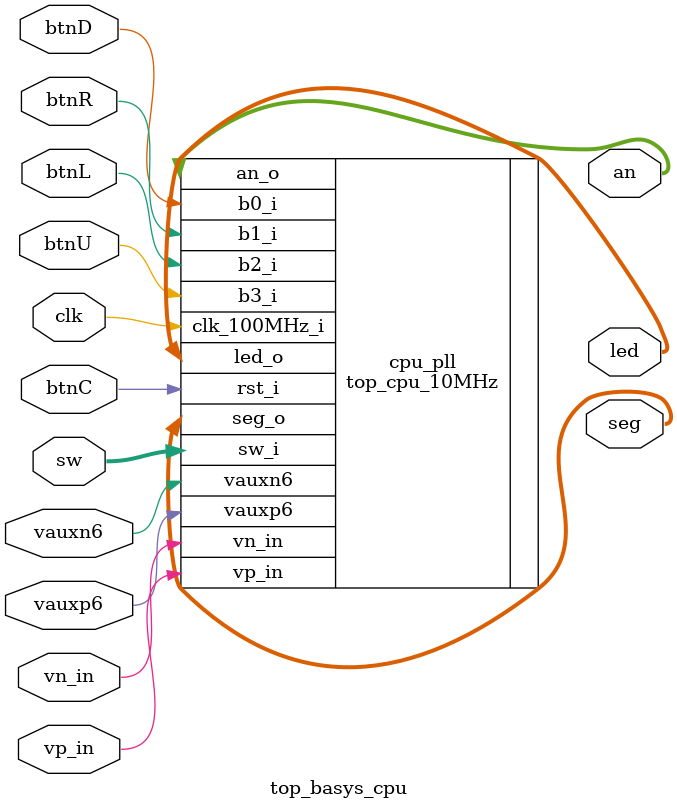
<source format=sv>
`timescale 1ns / 1ps

module top_basys_cpu(
    input   logic           clk,
    input   logic           btnC,
    
    output  logic   [15:0]  led,    //leds
    output  logic   [6:0]   seg,    //7seg
    output  logic   [3:0]   an,     //anodo
    input   logic   [15:0]  sw,     //switches
    input   logic           btnD,   //boton0
    input   logic           btnR,   //boton1
    input   logic           btnL,   //boton2
    input   logic           btnU,   //boton3
    input   logic           vauxp6,
    input   logic           vauxn6,
    input   logic           vp_in,
    input   logic           vn_in
    );
    
    //CPU FINAL
    top_cpu_10MHz cpu_pll (
    .clk_100MHz_i   (clk),
    .rst_i          (btnC),

    //PERIFERICOS
    .led_o          (led),  //leds
    .seg_o          (seg),  //7seg
    .an_o           (an),   //anodo
    .sw_i           (sw),   //switches
    .b0_i           (btnD), //boton0
    .b1_i           (btnR), //boton1
    .b2_i           (btnL), //boton2
    .b3_i           (btnU), //boton3
    .vauxp6         (vauxp6),
    .vauxn6         (vauxn6),
    .vp_in          (vp_in),
    .vn_in          (vn_in)
    );
    
endmodule

</source>
